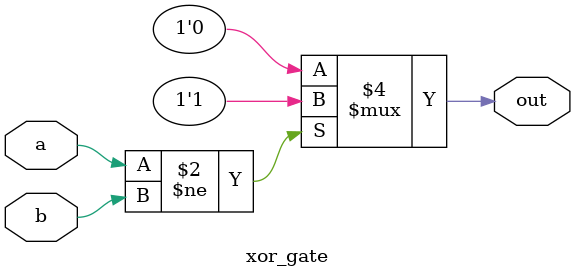
<source format=v>
module xor_gate(a,b,out);
input a,b;
output reg out;

 always@(a,b) begin
 if(a!=b)
 out = 1'b1;
 else
 out = 1'b0;
 end

endmodule


</source>
